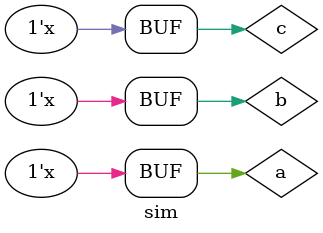
<source format=v>
`timescale 1ns / 1ps


module sim();
    reg a, b, c;
    wire S, C;
    FA adder(a, b, c, S, C);
    initial
        begin
            a = 0;
            b = 0;
            c = 0;
        end
    always #10 {a, b, c} = {a, b, c} + 1;
endmodule

</source>
